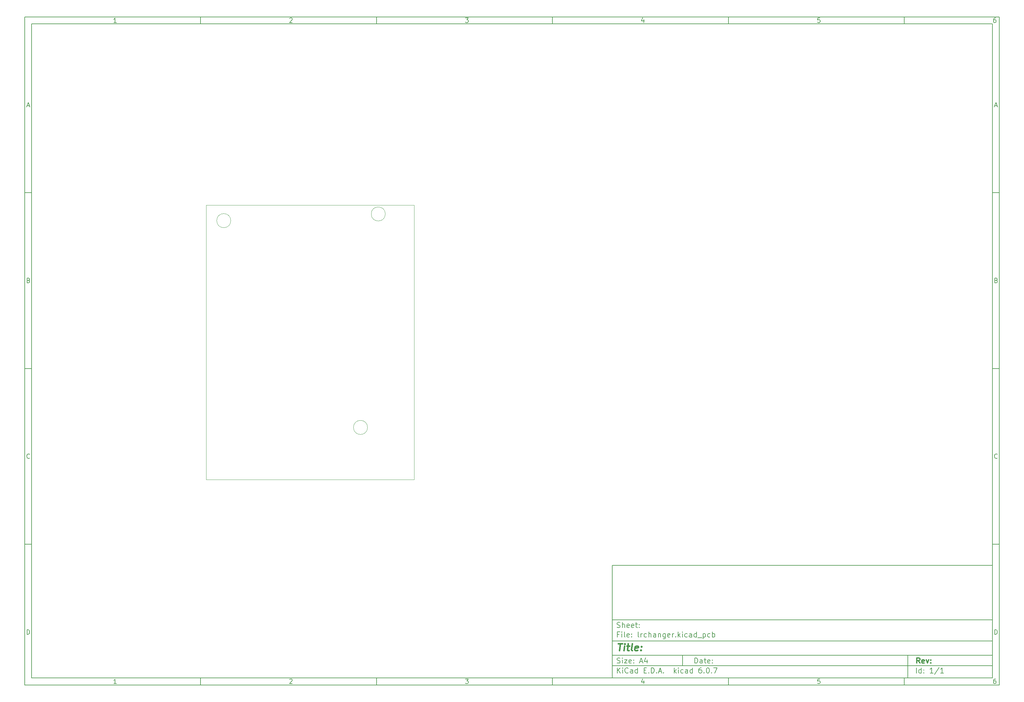
<source format=gbr>
%TF.GenerationSoftware,KiCad,Pcbnew,6.0.7*%
%TF.CreationDate,2022-10-17T15:43:20+02:00*%
%TF.ProjectId,lrchanger,6c726368-616e-4676-9572-2e6b69636164,rev?*%
%TF.SameCoordinates,Original*%
%TF.FileFunction,Profile,NP*%
%FSLAX46Y46*%
G04 Gerber Fmt 4.6, Leading zero omitted, Abs format (unit mm)*
G04 Created by KiCad (PCBNEW 6.0.7) date 2022-10-17 15:43:20*
%MOMM*%
%LPD*%
G01*
G04 APERTURE LIST*
%ADD10C,0.100000*%
%ADD11C,0.150000*%
%ADD12C,0.300000*%
%ADD13C,0.400000*%
%TA.AperFunction,Profile*%
%ADD14C,0.050000*%
%TD*%
G04 APERTURE END LIST*
D10*
D11*
X177002200Y-166007200D02*
X177002200Y-198007200D01*
X285002200Y-198007200D01*
X285002200Y-166007200D01*
X177002200Y-166007200D01*
D10*
D11*
X10000000Y-10000000D02*
X10000000Y-200007200D01*
X287002200Y-200007200D01*
X287002200Y-10000000D01*
X10000000Y-10000000D01*
D10*
D11*
X12000000Y-12000000D02*
X12000000Y-198007200D01*
X285002200Y-198007200D01*
X285002200Y-12000000D01*
X12000000Y-12000000D01*
D10*
D11*
X60000000Y-12000000D02*
X60000000Y-10000000D01*
D10*
D11*
X110000000Y-12000000D02*
X110000000Y-10000000D01*
D10*
D11*
X160000000Y-12000000D02*
X160000000Y-10000000D01*
D10*
D11*
X210000000Y-12000000D02*
X210000000Y-10000000D01*
D10*
D11*
X260000000Y-12000000D02*
X260000000Y-10000000D01*
D10*
D11*
X36065476Y-11588095D02*
X35322619Y-11588095D01*
X35694047Y-11588095D02*
X35694047Y-10288095D01*
X35570238Y-10473809D01*
X35446428Y-10597619D01*
X35322619Y-10659523D01*
D10*
D11*
X85322619Y-10411904D02*
X85384523Y-10350000D01*
X85508333Y-10288095D01*
X85817857Y-10288095D01*
X85941666Y-10350000D01*
X86003571Y-10411904D01*
X86065476Y-10535714D01*
X86065476Y-10659523D01*
X86003571Y-10845238D01*
X85260714Y-11588095D01*
X86065476Y-11588095D01*
D10*
D11*
X135260714Y-10288095D02*
X136065476Y-10288095D01*
X135632142Y-10783333D01*
X135817857Y-10783333D01*
X135941666Y-10845238D01*
X136003571Y-10907142D01*
X136065476Y-11030952D01*
X136065476Y-11340476D01*
X136003571Y-11464285D01*
X135941666Y-11526190D01*
X135817857Y-11588095D01*
X135446428Y-11588095D01*
X135322619Y-11526190D01*
X135260714Y-11464285D01*
D10*
D11*
X185941666Y-10721428D02*
X185941666Y-11588095D01*
X185632142Y-10226190D02*
X185322619Y-11154761D01*
X186127380Y-11154761D01*
D10*
D11*
X236003571Y-10288095D02*
X235384523Y-10288095D01*
X235322619Y-10907142D01*
X235384523Y-10845238D01*
X235508333Y-10783333D01*
X235817857Y-10783333D01*
X235941666Y-10845238D01*
X236003571Y-10907142D01*
X236065476Y-11030952D01*
X236065476Y-11340476D01*
X236003571Y-11464285D01*
X235941666Y-11526190D01*
X235817857Y-11588095D01*
X235508333Y-11588095D01*
X235384523Y-11526190D01*
X235322619Y-11464285D01*
D10*
D11*
X285941666Y-10288095D02*
X285694047Y-10288095D01*
X285570238Y-10350000D01*
X285508333Y-10411904D01*
X285384523Y-10597619D01*
X285322619Y-10845238D01*
X285322619Y-11340476D01*
X285384523Y-11464285D01*
X285446428Y-11526190D01*
X285570238Y-11588095D01*
X285817857Y-11588095D01*
X285941666Y-11526190D01*
X286003571Y-11464285D01*
X286065476Y-11340476D01*
X286065476Y-11030952D01*
X286003571Y-10907142D01*
X285941666Y-10845238D01*
X285817857Y-10783333D01*
X285570238Y-10783333D01*
X285446428Y-10845238D01*
X285384523Y-10907142D01*
X285322619Y-11030952D01*
D10*
D11*
X60000000Y-198007200D02*
X60000000Y-200007200D01*
D10*
D11*
X110000000Y-198007200D02*
X110000000Y-200007200D01*
D10*
D11*
X160000000Y-198007200D02*
X160000000Y-200007200D01*
D10*
D11*
X210000000Y-198007200D02*
X210000000Y-200007200D01*
D10*
D11*
X260000000Y-198007200D02*
X260000000Y-200007200D01*
D10*
D11*
X36065476Y-199595295D02*
X35322619Y-199595295D01*
X35694047Y-199595295D02*
X35694047Y-198295295D01*
X35570238Y-198481009D01*
X35446428Y-198604819D01*
X35322619Y-198666723D01*
D10*
D11*
X85322619Y-198419104D02*
X85384523Y-198357200D01*
X85508333Y-198295295D01*
X85817857Y-198295295D01*
X85941666Y-198357200D01*
X86003571Y-198419104D01*
X86065476Y-198542914D01*
X86065476Y-198666723D01*
X86003571Y-198852438D01*
X85260714Y-199595295D01*
X86065476Y-199595295D01*
D10*
D11*
X135260714Y-198295295D02*
X136065476Y-198295295D01*
X135632142Y-198790533D01*
X135817857Y-198790533D01*
X135941666Y-198852438D01*
X136003571Y-198914342D01*
X136065476Y-199038152D01*
X136065476Y-199347676D01*
X136003571Y-199471485D01*
X135941666Y-199533390D01*
X135817857Y-199595295D01*
X135446428Y-199595295D01*
X135322619Y-199533390D01*
X135260714Y-199471485D01*
D10*
D11*
X185941666Y-198728628D02*
X185941666Y-199595295D01*
X185632142Y-198233390D02*
X185322619Y-199161961D01*
X186127380Y-199161961D01*
D10*
D11*
X236003571Y-198295295D02*
X235384523Y-198295295D01*
X235322619Y-198914342D01*
X235384523Y-198852438D01*
X235508333Y-198790533D01*
X235817857Y-198790533D01*
X235941666Y-198852438D01*
X236003571Y-198914342D01*
X236065476Y-199038152D01*
X236065476Y-199347676D01*
X236003571Y-199471485D01*
X235941666Y-199533390D01*
X235817857Y-199595295D01*
X235508333Y-199595295D01*
X235384523Y-199533390D01*
X235322619Y-199471485D01*
D10*
D11*
X285941666Y-198295295D02*
X285694047Y-198295295D01*
X285570238Y-198357200D01*
X285508333Y-198419104D01*
X285384523Y-198604819D01*
X285322619Y-198852438D01*
X285322619Y-199347676D01*
X285384523Y-199471485D01*
X285446428Y-199533390D01*
X285570238Y-199595295D01*
X285817857Y-199595295D01*
X285941666Y-199533390D01*
X286003571Y-199471485D01*
X286065476Y-199347676D01*
X286065476Y-199038152D01*
X286003571Y-198914342D01*
X285941666Y-198852438D01*
X285817857Y-198790533D01*
X285570238Y-198790533D01*
X285446428Y-198852438D01*
X285384523Y-198914342D01*
X285322619Y-199038152D01*
D10*
D11*
X10000000Y-60000000D02*
X12000000Y-60000000D01*
D10*
D11*
X10000000Y-110000000D02*
X12000000Y-110000000D01*
D10*
D11*
X10000000Y-160000000D02*
X12000000Y-160000000D01*
D10*
D11*
X10690476Y-35216666D02*
X11309523Y-35216666D01*
X10566666Y-35588095D02*
X11000000Y-34288095D01*
X11433333Y-35588095D01*
D10*
D11*
X11092857Y-84907142D02*
X11278571Y-84969047D01*
X11340476Y-85030952D01*
X11402380Y-85154761D01*
X11402380Y-85340476D01*
X11340476Y-85464285D01*
X11278571Y-85526190D01*
X11154761Y-85588095D01*
X10659523Y-85588095D01*
X10659523Y-84288095D01*
X11092857Y-84288095D01*
X11216666Y-84350000D01*
X11278571Y-84411904D01*
X11340476Y-84535714D01*
X11340476Y-84659523D01*
X11278571Y-84783333D01*
X11216666Y-84845238D01*
X11092857Y-84907142D01*
X10659523Y-84907142D01*
D10*
D11*
X11402380Y-135464285D02*
X11340476Y-135526190D01*
X11154761Y-135588095D01*
X11030952Y-135588095D01*
X10845238Y-135526190D01*
X10721428Y-135402380D01*
X10659523Y-135278571D01*
X10597619Y-135030952D01*
X10597619Y-134845238D01*
X10659523Y-134597619D01*
X10721428Y-134473809D01*
X10845238Y-134350000D01*
X11030952Y-134288095D01*
X11154761Y-134288095D01*
X11340476Y-134350000D01*
X11402380Y-134411904D01*
D10*
D11*
X10659523Y-185588095D02*
X10659523Y-184288095D01*
X10969047Y-184288095D01*
X11154761Y-184350000D01*
X11278571Y-184473809D01*
X11340476Y-184597619D01*
X11402380Y-184845238D01*
X11402380Y-185030952D01*
X11340476Y-185278571D01*
X11278571Y-185402380D01*
X11154761Y-185526190D01*
X10969047Y-185588095D01*
X10659523Y-185588095D01*
D10*
D11*
X287002200Y-60000000D02*
X285002200Y-60000000D01*
D10*
D11*
X287002200Y-110000000D02*
X285002200Y-110000000D01*
D10*
D11*
X287002200Y-160000000D02*
X285002200Y-160000000D01*
D10*
D11*
X285692676Y-35216666D02*
X286311723Y-35216666D01*
X285568866Y-35588095D02*
X286002200Y-34288095D01*
X286435533Y-35588095D01*
D10*
D11*
X286095057Y-84907142D02*
X286280771Y-84969047D01*
X286342676Y-85030952D01*
X286404580Y-85154761D01*
X286404580Y-85340476D01*
X286342676Y-85464285D01*
X286280771Y-85526190D01*
X286156961Y-85588095D01*
X285661723Y-85588095D01*
X285661723Y-84288095D01*
X286095057Y-84288095D01*
X286218866Y-84350000D01*
X286280771Y-84411904D01*
X286342676Y-84535714D01*
X286342676Y-84659523D01*
X286280771Y-84783333D01*
X286218866Y-84845238D01*
X286095057Y-84907142D01*
X285661723Y-84907142D01*
D10*
D11*
X286404580Y-135464285D02*
X286342676Y-135526190D01*
X286156961Y-135588095D01*
X286033152Y-135588095D01*
X285847438Y-135526190D01*
X285723628Y-135402380D01*
X285661723Y-135278571D01*
X285599819Y-135030952D01*
X285599819Y-134845238D01*
X285661723Y-134597619D01*
X285723628Y-134473809D01*
X285847438Y-134350000D01*
X286033152Y-134288095D01*
X286156961Y-134288095D01*
X286342676Y-134350000D01*
X286404580Y-134411904D01*
D10*
D11*
X285661723Y-185588095D02*
X285661723Y-184288095D01*
X285971247Y-184288095D01*
X286156961Y-184350000D01*
X286280771Y-184473809D01*
X286342676Y-184597619D01*
X286404580Y-184845238D01*
X286404580Y-185030952D01*
X286342676Y-185278571D01*
X286280771Y-185402380D01*
X286156961Y-185526190D01*
X285971247Y-185588095D01*
X285661723Y-185588095D01*
D10*
D11*
X200434342Y-193785771D02*
X200434342Y-192285771D01*
X200791485Y-192285771D01*
X201005771Y-192357200D01*
X201148628Y-192500057D01*
X201220057Y-192642914D01*
X201291485Y-192928628D01*
X201291485Y-193142914D01*
X201220057Y-193428628D01*
X201148628Y-193571485D01*
X201005771Y-193714342D01*
X200791485Y-193785771D01*
X200434342Y-193785771D01*
X202577200Y-193785771D02*
X202577200Y-193000057D01*
X202505771Y-192857200D01*
X202362914Y-192785771D01*
X202077200Y-192785771D01*
X201934342Y-192857200D01*
X202577200Y-193714342D02*
X202434342Y-193785771D01*
X202077200Y-193785771D01*
X201934342Y-193714342D01*
X201862914Y-193571485D01*
X201862914Y-193428628D01*
X201934342Y-193285771D01*
X202077200Y-193214342D01*
X202434342Y-193214342D01*
X202577200Y-193142914D01*
X203077200Y-192785771D02*
X203648628Y-192785771D01*
X203291485Y-192285771D02*
X203291485Y-193571485D01*
X203362914Y-193714342D01*
X203505771Y-193785771D01*
X203648628Y-193785771D01*
X204720057Y-193714342D02*
X204577200Y-193785771D01*
X204291485Y-193785771D01*
X204148628Y-193714342D01*
X204077200Y-193571485D01*
X204077200Y-193000057D01*
X204148628Y-192857200D01*
X204291485Y-192785771D01*
X204577200Y-192785771D01*
X204720057Y-192857200D01*
X204791485Y-193000057D01*
X204791485Y-193142914D01*
X204077200Y-193285771D01*
X205434342Y-193642914D02*
X205505771Y-193714342D01*
X205434342Y-193785771D01*
X205362914Y-193714342D01*
X205434342Y-193642914D01*
X205434342Y-193785771D01*
X205434342Y-192857200D02*
X205505771Y-192928628D01*
X205434342Y-193000057D01*
X205362914Y-192928628D01*
X205434342Y-192857200D01*
X205434342Y-193000057D01*
D10*
D11*
X177002200Y-194507200D02*
X285002200Y-194507200D01*
D10*
D11*
X178434342Y-196585771D02*
X178434342Y-195085771D01*
X179291485Y-196585771D02*
X178648628Y-195728628D01*
X179291485Y-195085771D02*
X178434342Y-195942914D01*
X179934342Y-196585771D02*
X179934342Y-195585771D01*
X179934342Y-195085771D02*
X179862914Y-195157200D01*
X179934342Y-195228628D01*
X180005771Y-195157200D01*
X179934342Y-195085771D01*
X179934342Y-195228628D01*
X181505771Y-196442914D02*
X181434342Y-196514342D01*
X181220057Y-196585771D01*
X181077200Y-196585771D01*
X180862914Y-196514342D01*
X180720057Y-196371485D01*
X180648628Y-196228628D01*
X180577200Y-195942914D01*
X180577200Y-195728628D01*
X180648628Y-195442914D01*
X180720057Y-195300057D01*
X180862914Y-195157200D01*
X181077200Y-195085771D01*
X181220057Y-195085771D01*
X181434342Y-195157200D01*
X181505771Y-195228628D01*
X182791485Y-196585771D02*
X182791485Y-195800057D01*
X182720057Y-195657200D01*
X182577200Y-195585771D01*
X182291485Y-195585771D01*
X182148628Y-195657200D01*
X182791485Y-196514342D02*
X182648628Y-196585771D01*
X182291485Y-196585771D01*
X182148628Y-196514342D01*
X182077200Y-196371485D01*
X182077200Y-196228628D01*
X182148628Y-196085771D01*
X182291485Y-196014342D01*
X182648628Y-196014342D01*
X182791485Y-195942914D01*
X184148628Y-196585771D02*
X184148628Y-195085771D01*
X184148628Y-196514342D02*
X184005771Y-196585771D01*
X183720057Y-196585771D01*
X183577200Y-196514342D01*
X183505771Y-196442914D01*
X183434342Y-196300057D01*
X183434342Y-195871485D01*
X183505771Y-195728628D01*
X183577200Y-195657200D01*
X183720057Y-195585771D01*
X184005771Y-195585771D01*
X184148628Y-195657200D01*
X186005771Y-195800057D02*
X186505771Y-195800057D01*
X186720057Y-196585771D02*
X186005771Y-196585771D01*
X186005771Y-195085771D01*
X186720057Y-195085771D01*
X187362914Y-196442914D02*
X187434342Y-196514342D01*
X187362914Y-196585771D01*
X187291485Y-196514342D01*
X187362914Y-196442914D01*
X187362914Y-196585771D01*
X188077200Y-196585771D02*
X188077200Y-195085771D01*
X188434342Y-195085771D01*
X188648628Y-195157200D01*
X188791485Y-195300057D01*
X188862914Y-195442914D01*
X188934342Y-195728628D01*
X188934342Y-195942914D01*
X188862914Y-196228628D01*
X188791485Y-196371485D01*
X188648628Y-196514342D01*
X188434342Y-196585771D01*
X188077200Y-196585771D01*
X189577200Y-196442914D02*
X189648628Y-196514342D01*
X189577200Y-196585771D01*
X189505771Y-196514342D01*
X189577200Y-196442914D01*
X189577200Y-196585771D01*
X190220057Y-196157200D02*
X190934342Y-196157200D01*
X190077200Y-196585771D02*
X190577200Y-195085771D01*
X191077200Y-196585771D01*
X191577200Y-196442914D02*
X191648628Y-196514342D01*
X191577200Y-196585771D01*
X191505771Y-196514342D01*
X191577200Y-196442914D01*
X191577200Y-196585771D01*
X194577200Y-196585771D02*
X194577200Y-195085771D01*
X194720057Y-196014342D02*
X195148628Y-196585771D01*
X195148628Y-195585771D02*
X194577200Y-196157200D01*
X195791485Y-196585771D02*
X195791485Y-195585771D01*
X195791485Y-195085771D02*
X195720057Y-195157200D01*
X195791485Y-195228628D01*
X195862914Y-195157200D01*
X195791485Y-195085771D01*
X195791485Y-195228628D01*
X197148628Y-196514342D02*
X197005771Y-196585771D01*
X196720057Y-196585771D01*
X196577200Y-196514342D01*
X196505771Y-196442914D01*
X196434342Y-196300057D01*
X196434342Y-195871485D01*
X196505771Y-195728628D01*
X196577200Y-195657200D01*
X196720057Y-195585771D01*
X197005771Y-195585771D01*
X197148628Y-195657200D01*
X198434342Y-196585771D02*
X198434342Y-195800057D01*
X198362914Y-195657200D01*
X198220057Y-195585771D01*
X197934342Y-195585771D01*
X197791485Y-195657200D01*
X198434342Y-196514342D02*
X198291485Y-196585771D01*
X197934342Y-196585771D01*
X197791485Y-196514342D01*
X197720057Y-196371485D01*
X197720057Y-196228628D01*
X197791485Y-196085771D01*
X197934342Y-196014342D01*
X198291485Y-196014342D01*
X198434342Y-195942914D01*
X199791485Y-196585771D02*
X199791485Y-195085771D01*
X199791485Y-196514342D02*
X199648628Y-196585771D01*
X199362914Y-196585771D01*
X199220057Y-196514342D01*
X199148628Y-196442914D01*
X199077200Y-196300057D01*
X199077200Y-195871485D01*
X199148628Y-195728628D01*
X199220057Y-195657200D01*
X199362914Y-195585771D01*
X199648628Y-195585771D01*
X199791485Y-195657200D01*
X202291485Y-195085771D02*
X202005771Y-195085771D01*
X201862914Y-195157200D01*
X201791485Y-195228628D01*
X201648628Y-195442914D01*
X201577200Y-195728628D01*
X201577200Y-196300057D01*
X201648628Y-196442914D01*
X201720057Y-196514342D01*
X201862914Y-196585771D01*
X202148628Y-196585771D01*
X202291485Y-196514342D01*
X202362914Y-196442914D01*
X202434342Y-196300057D01*
X202434342Y-195942914D01*
X202362914Y-195800057D01*
X202291485Y-195728628D01*
X202148628Y-195657200D01*
X201862914Y-195657200D01*
X201720057Y-195728628D01*
X201648628Y-195800057D01*
X201577200Y-195942914D01*
X203077200Y-196442914D02*
X203148628Y-196514342D01*
X203077200Y-196585771D01*
X203005771Y-196514342D01*
X203077200Y-196442914D01*
X203077200Y-196585771D01*
X204077200Y-195085771D02*
X204220057Y-195085771D01*
X204362914Y-195157200D01*
X204434342Y-195228628D01*
X204505771Y-195371485D01*
X204577200Y-195657200D01*
X204577200Y-196014342D01*
X204505771Y-196300057D01*
X204434342Y-196442914D01*
X204362914Y-196514342D01*
X204220057Y-196585771D01*
X204077200Y-196585771D01*
X203934342Y-196514342D01*
X203862914Y-196442914D01*
X203791485Y-196300057D01*
X203720057Y-196014342D01*
X203720057Y-195657200D01*
X203791485Y-195371485D01*
X203862914Y-195228628D01*
X203934342Y-195157200D01*
X204077200Y-195085771D01*
X205220057Y-196442914D02*
X205291485Y-196514342D01*
X205220057Y-196585771D01*
X205148628Y-196514342D01*
X205220057Y-196442914D01*
X205220057Y-196585771D01*
X205791485Y-195085771D02*
X206791485Y-195085771D01*
X206148628Y-196585771D01*
D10*
D11*
X177002200Y-191507200D02*
X285002200Y-191507200D01*
D10*
D12*
X264411485Y-193785771D02*
X263911485Y-193071485D01*
X263554342Y-193785771D02*
X263554342Y-192285771D01*
X264125771Y-192285771D01*
X264268628Y-192357200D01*
X264340057Y-192428628D01*
X264411485Y-192571485D01*
X264411485Y-192785771D01*
X264340057Y-192928628D01*
X264268628Y-193000057D01*
X264125771Y-193071485D01*
X263554342Y-193071485D01*
X265625771Y-193714342D02*
X265482914Y-193785771D01*
X265197200Y-193785771D01*
X265054342Y-193714342D01*
X264982914Y-193571485D01*
X264982914Y-193000057D01*
X265054342Y-192857200D01*
X265197200Y-192785771D01*
X265482914Y-192785771D01*
X265625771Y-192857200D01*
X265697200Y-193000057D01*
X265697200Y-193142914D01*
X264982914Y-193285771D01*
X266197200Y-192785771D02*
X266554342Y-193785771D01*
X266911485Y-192785771D01*
X267482914Y-193642914D02*
X267554342Y-193714342D01*
X267482914Y-193785771D01*
X267411485Y-193714342D01*
X267482914Y-193642914D01*
X267482914Y-193785771D01*
X267482914Y-192857200D02*
X267554342Y-192928628D01*
X267482914Y-193000057D01*
X267411485Y-192928628D01*
X267482914Y-192857200D01*
X267482914Y-193000057D01*
D10*
D11*
X178362914Y-193714342D02*
X178577200Y-193785771D01*
X178934342Y-193785771D01*
X179077200Y-193714342D01*
X179148628Y-193642914D01*
X179220057Y-193500057D01*
X179220057Y-193357200D01*
X179148628Y-193214342D01*
X179077200Y-193142914D01*
X178934342Y-193071485D01*
X178648628Y-193000057D01*
X178505771Y-192928628D01*
X178434342Y-192857200D01*
X178362914Y-192714342D01*
X178362914Y-192571485D01*
X178434342Y-192428628D01*
X178505771Y-192357200D01*
X178648628Y-192285771D01*
X179005771Y-192285771D01*
X179220057Y-192357200D01*
X179862914Y-193785771D02*
X179862914Y-192785771D01*
X179862914Y-192285771D02*
X179791485Y-192357200D01*
X179862914Y-192428628D01*
X179934342Y-192357200D01*
X179862914Y-192285771D01*
X179862914Y-192428628D01*
X180434342Y-192785771D02*
X181220057Y-192785771D01*
X180434342Y-193785771D01*
X181220057Y-193785771D01*
X182362914Y-193714342D02*
X182220057Y-193785771D01*
X181934342Y-193785771D01*
X181791485Y-193714342D01*
X181720057Y-193571485D01*
X181720057Y-193000057D01*
X181791485Y-192857200D01*
X181934342Y-192785771D01*
X182220057Y-192785771D01*
X182362914Y-192857200D01*
X182434342Y-193000057D01*
X182434342Y-193142914D01*
X181720057Y-193285771D01*
X183077200Y-193642914D02*
X183148628Y-193714342D01*
X183077200Y-193785771D01*
X183005771Y-193714342D01*
X183077200Y-193642914D01*
X183077200Y-193785771D01*
X183077200Y-192857200D02*
X183148628Y-192928628D01*
X183077200Y-193000057D01*
X183005771Y-192928628D01*
X183077200Y-192857200D01*
X183077200Y-193000057D01*
X184862914Y-193357200D02*
X185577200Y-193357200D01*
X184720057Y-193785771D02*
X185220057Y-192285771D01*
X185720057Y-193785771D01*
X186862914Y-192785771D02*
X186862914Y-193785771D01*
X186505771Y-192214342D02*
X186148628Y-193285771D01*
X187077200Y-193285771D01*
D10*
D11*
X263434342Y-196585771D02*
X263434342Y-195085771D01*
X264791485Y-196585771D02*
X264791485Y-195085771D01*
X264791485Y-196514342D02*
X264648628Y-196585771D01*
X264362914Y-196585771D01*
X264220057Y-196514342D01*
X264148628Y-196442914D01*
X264077200Y-196300057D01*
X264077200Y-195871485D01*
X264148628Y-195728628D01*
X264220057Y-195657200D01*
X264362914Y-195585771D01*
X264648628Y-195585771D01*
X264791485Y-195657200D01*
X265505771Y-196442914D02*
X265577200Y-196514342D01*
X265505771Y-196585771D01*
X265434342Y-196514342D01*
X265505771Y-196442914D01*
X265505771Y-196585771D01*
X265505771Y-195657200D02*
X265577200Y-195728628D01*
X265505771Y-195800057D01*
X265434342Y-195728628D01*
X265505771Y-195657200D01*
X265505771Y-195800057D01*
X268148628Y-196585771D02*
X267291485Y-196585771D01*
X267720057Y-196585771D02*
X267720057Y-195085771D01*
X267577200Y-195300057D01*
X267434342Y-195442914D01*
X267291485Y-195514342D01*
X269862914Y-195014342D02*
X268577200Y-196942914D01*
X271148628Y-196585771D02*
X270291485Y-196585771D01*
X270720057Y-196585771D02*
X270720057Y-195085771D01*
X270577200Y-195300057D01*
X270434342Y-195442914D01*
X270291485Y-195514342D01*
D10*
D11*
X177002200Y-187507200D02*
X285002200Y-187507200D01*
D10*
D13*
X178714580Y-188211961D02*
X179857438Y-188211961D01*
X179036009Y-190211961D02*
X179286009Y-188211961D01*
X180274104Y-190211961D02*
X180440771Y-188878628D01*
X180524104Y-188211961D02*
X180416961Y-188307200D01*
X180500295Y-188402438D01*
X180607438Y-188307200D01*
X180524104Y-188211961D01*
X180500295Y-188402438D01*
X181107438Y-188878628D02*
X181869342Y-188878628D01*
X181476485Y-188211961D02*
X181262200Y-189926247D01*
X181333628Y-190116723D01*
X181512200Y-190211961D01*
X181702676Y-190211961D01*
X182655057Y-190211961D02*
X182476485Y-190116723D01*
X182405057Y-189926247D01*
X182619342Y-188211961D01*
X184190771Y-190116723D02*
X183988390Y-190211961D01*
X183607438Y-190211961D01*
X183428866Y-190116723D01*
X183357438Y-189926247D01*
X183452676Y-189164342D01*
X183571723Y-188973866D01*
X183774104Y-188878628D01*
X184155057Y-188878628D01*
X184333628Y-188973866D01*
X184405057Y-189164342D01*
X184381247Y-189354819D01*
X183405057Y-189545295D01*
X185155057Y-190021485D02*
X185238390Y-190116723D01*
X185131247Y-190211961D01*
X185047914Y-190116723D01*
X185155057Y-190021485D01*
X185131247Y-190211961D01*
X185286009Y-188973866D02*
X185369342Y-189069104D01*
X185262200Y-189164342D01*
X185178866Y-189069104D01*
X185286009Y-188973866D01*
X185262200Y-189164342D01*
D10*
D11*
X178934342Y-185600057D02*
X178434342Y-185600057D01*
X178434342Y-186385771D02*
X178434342Y-184885771D01*
X179148628Y-184885771D01*
X179720057Y-186385771D02*
X179720057Y-185385771D01*
X179720057Y-184885771D02*
X179648628Y-184957200D01*
X179720057Y-185028628D01*
X179791485Y-184957200D01*
X179720057Y-184885771D01*
X179720057Y-185028628D01*
X180648628Y-186385771D02*
X180505771Y-186314342D01*
X180434342Y-186171485D01*
X180434342Y-184885771D01*
X181791485Y-186314342D02*
X181648628Y-186385771D01*
X181362914Y-186385771D01*
X181220057Y-186314342D01*
X181148628Y-186171485D01*
X181148628Y-185600057D01*
X181220057Y-185457200D01*
X181362914Y-185385771D01*
X181648628Y-185385771D01*
X181791485Y-185457200D01*
X181862914Y-185600057D01*
X181862914Y-185742914D01*
X181148628Y-185885771D01*
X182505771Y-186242914D02*
X182577200Y-186314342D01*
X182505771Y-186385771D01*
X182434342Y-186314342D01*
X182505771Y-186242914D01*
X182505771Y-186385771D01*
X182505771Y-185457200D02*
X182577200Y-185528628D01*
X182505771Y-185600057D01*
X182434342Y-185528628D01*
X182505771Y-185457200D01*
X182505771Y-185600057D01*
X184577200Y-186385771D02*
X184434342Y-186314342D01*
X184362914Y-186171485D01*
X184362914Y-184885771D01*
X185148628Y-186385771D02*
X185148628Y-185385771D01*
X185148628Y-185671485D02*
X185220057Y-185528628D01*
X185291485Y-185457200D01*
X185434342Y-185385771D01*
X185577200Y-185385771D01*
X186720057Y-186314342D02*
X186577200Y-186385771D01*
X186291485Y-186385771D01*
X186148628Y-186314342D01*
X186077200Y-186242914D01*
X186005771Y-186100057D01*
X186005771Y-185671485D01*
X186077200Y-185528628D01*
X186148628Y-185457200D01*
X186291485Y-185385771D01*
X186577200Y-185385771D01*
X186720057Y-185457200D01*
X187362914Y-186385771D02*
X187362914Y-184885771D01*
X188005771Y-186385771D02*
X188005771Y-185600057D01*
X187934342Y-185457200D01*
X187791485Y-185385771D01*
X187577200Y-185385771D01*
X187434342Y-185457200D01*
X187362914Y-185528628D01*
X189362914Y-186385771D02*
X189362914Y-185600057D01*
X189291485Y-185457200D01*
X189148628Y-185385771D01*
X188862914Y-185385771D01*
X188720057Y-185457200D01*
X189362914Y-186314342D02*
X189220057Y-186385771D01*
X188862914Y-186385771D01*
X188720057Y-186314342D01*
X188648628Y-186171485D01*
X188648628Y-186028628D01*
X188720057Y-185885771D01*
X188862914Y-185814342D01*
X189220057Y-185814342D01*
X189362914Y-185742914D01*
X190077200Y-185385771D02*
X190077200Y-186385771D01*
X190077200Y-185528628D02*
X190148628Y-185457200D01*
X190291485Y-185385771D01*
X190505771Y-185385771D01*
X190648628Y-185457200D01*
X190720057Y-185600057D01*
X190720057Y-186385771D01*
X192077200Y-185385771D02*
X192077200Y-186600057D01*
X192005771Y-186742914D01*
X191934342Y-186814342D01*
X191791485Y-186885771D01*
X191577200Y-186885771D01*
X191434342Y-186814342D01*
X192077200Y-186314342D02*
X191934342Y-186385771D01*
X191648628Y-186385771D01*
X191505771Y-186314342D01*
X191434342Y-186242914D01*
X191362914Y-186100057D01*
X191362914Y-185671485D01*
X191434342Y-185528628D01*
X191505771Y-185457200D01*
X191648628Y-185385771D01*
X191934342Y-185385771D01*
X192077200Y-185457200D01*
X193362914Y-186314342D02*
X193220057Y-186385771D01*
X192934342Y-186385771D01*
X192791485Y-186314342D01*
X192720057Y-186171485D01*
X192720057Y-185600057D01*
X192791485Y-185457200D01*
X192934342Y-185385771D01*
X193220057Y-185385771D01*
X193362914Y-185457200D01*
X193434342Y-185600057D01*
X193434342Y-185742914D01*
X192720057Y-185885771D01*
X194077200Y-186385771D02*
X194077200Y-185385771D01*
X194077200Y-185671485D02*
X194148628Y-185528628D01*
X194220057Y-185457200D01*
X194362914Y-185385771D01*
X194505771Y-185385771D01*
X195005771Y-186242914D02*
X195077200Y-186314342D01*
X195005771Y-186385771D01*
X194934342Y-186314342D01*
X195005771Y-186242914D01*
X195005771Y-186385771D01*
X195720057Y-186385771D02*
X195720057Y-184885771D01*
X195862914Y-185814342D02*
X196291485Y-186385771D01*
X196291485Y-185385771D02*
X195720057Y-185957200D01*
X196934342Y-186385771D02*
X196934342Y-185385771D01*
X196934342Y-184885771D02*
X196862914Y-184957200D01*
X196934342Y-185028628D01*
X197005771Y-184957200D01*
X196934342Y-184885771D01*
X196934342Y-185028628D01*
X198291485Y-186314342D02*
X198148628Y-186385771D01*
X197862914Y-186385771D01*
X197720057Y-186314342D01*
X197648628Y-186242914D01*
X197577200Y-186100057D01*
X197577200Y-185671485D01*
X197648628Y-185528628D01*
X197720057Y-185457200D01*
X197862914Y-185385771D01*
X198148628Y-185385771D01*
X198291485Y-185457200D01*
X199577200Y-186385771D02*
X199577200Y-185600057D01*
X199505771Y-185457200D01*
X199362914Y-185385771D01*
X199077200Y-185385771D01*
X198934342Y-185457200D01*
X199577200Y-186314342D02*
X199434342Y-186385771D01*
X199077200Y-186385771D01*
X198934342Y-186314342D01*
X198862914Y-186171485D01*
X198862914Y-186028628D01*
X198934342Y-185885771D01*
X199077200Y-185814342D01*
X199434342Y-185814342D01*
X199577200Y-185742914D01*
X200934342Y-186385771D02*
X200934342Y-184885771D01*
X200934342Y-186314342D02*
X200791485Y-186385771D01*
X200505771Y-186385771D01*
X200362914Y-186314342D01*
X200291485Y-186242914D01*
X200220057Y-186100057D01*
X200220057Y-185671485D01*
X200291485Y-185528628D01*
X200362914Y-185457200D01*
X200505771Y-185385771D01*
X200791485Y-185385771D01*
X200934342Y-185457200D01*
X201291485Y-186528628D02*
X202434342Y-186528628D01*
X202791485Y-185385771D02*
X202791485Y-186885771D01*
X202791485Y-185457200D02*
X202934342Y-185385771D01*
X203220057Y-185385771D01*
X203362914Y-185457200D01*
X203434342Y-185528628D01*
X203505771Y-185671485D01*
X203505771Y-186100057D01*
X203434342Y-186242914D01*
X203362914Y-186314342D01*
X203220057Y-186385771D01*
X202934342Y-186385771D01*
X202791485Y-186314342D01*
X204791485Y-186314342D02*
X204648628Y-186385771D01*
X204362914Y-186385771D01*
X204220057Y-186314342D01*
X204148628Y-186242914D01*
X204077200Y-186100057D01*
X204077200Y-185671485D01*
X204148628Y-185528628D01*
X204220057Y-185457200D01*
X204362914Y-185385771D01*
X204648628Y-185385771D01*
X204791485Y-185457200D01*
X205434342Y-186385771D02*
X205434342Y-184885771D01*
X205434342Y-185457200D02*
X205577200Y-185385771D01*
X205862914Y-185385771D01*
X206005771Y-185457200D01*
X206077200Y-185528628D01*
X206148628Y-185671485D01*
X206148628Y-186100057D01*
X206077200Y-186242914D01*
X206005771Y-186314342D01*
X205862914Y-186385771D01*
X205577200Y-186385771D01*
X205434342Y-186314342D01*
D10*
D11*
X177002200Y-181507200D02*
X285002200Y-181507200D01*
D10*
D11*
X178362914Y-183614342D02*
X178577200Y-183685771D01*
X178934342Y-183685771D01*
X179077200Y-183614342D01*
X179148628Y-183542914D01*
X179220057Y-183400057D01*
X179220057Y-183257200D01*
X179148628Y-183114342D01*
X179077200Y-183042914D01*
X178934342Y-182971485D01*
X178648628Y-182900057D01*
X178505771Y-182828628D01*
X178434342Y-182757200D01*
X178362914Y-182614342D01*
X178362914Y-182471485D01*
X178434342Y-182328628D01*
X178505771Y-182257200D01*
X178648628Y-182185771D01*
X179005771Y-182185771D01*
X179220057Y-182257200D01*
X179862914Y-183685771D02*
X179862914Y-182185771D01*
X180505771Y-183685771D02*
X180505771Y-182900057D01*
X180434342Y-182757200D01*
X180291485Y-182685771D01*
X180077200Y-182685771D01*
X179934342Y-182757200D01*
X179862914Y-182828628D01*
X181791485Y-183614342D02*
X181648628Y-183685771D01*
X181362914Y-183685771D01*
X181220057Y-183614342D01*
X181148628Y-183471485D01*
X181148628Y-182900057D01*
X181220057Y-182757200D01*
X181362914Y-182685771D01*
X181648628Y-182685771D01*
X181791485Y-182757200D01*
X181862914Y-182900057D01*
X181862914Y-183042914D01*
X181148628Y-183185771D01*
X183077200Y-183614342D02*
X182934342Y-183685771D01*
X182648628Y-183685771D01*
X182505771Y-183614342D01*
X182434342Y-183471485D01*
X182434342Y-182900057D01*
X182505771Y-182757200D01*
X182648628Y-182685771D01*
X182934342Y-182685771D01*
X183077200Y-182757200D01*
X183148628Y-182900057D01*
X183148628Y-183042914D01*
X182434342Y-183185771D01*
X183577200Y-182685771D02*
X184148628Y-182685771D01*
X183791485Y-182185771D02*
X183791485Y-183471485D01*
X183862914Y-183614342D01*
X184005771Y-183685771D01*
X184148628Y-183685771D01*
X184648628Y-183542914D02*
X184720057Y-183614342D01*
X184648628Y-183685771D01*
X184577200Y-183614342D01*
X184648628Y-183542914D01*
X184648628Y-183685771D01*
X184648628Y-182757200D02*
X184720057Y-182828628D01*
X184648628Y-182900057D01*
X184577200Y-182828628D01*
X184648628Y-182757200D01*
X184648628Y-182900057D01*
D10*
D12*
D10*
D11*
D10*
D11*
D10*
D11*
D10*
D11*
D10*
D11*
X197002200Y-191507200D02*
X197002200Y-194507200D01*
D10*
D11*
X261002200Y-191507200D02*
X261002200Y-198007200D01*
D14*
X61595000Y-141605000D02*
X61595000Y-63500000D01*
X61595000Y-63500000D02*
X120650000Y-63500000D01*
X112490000Y-66040000D02*
G75*
G03*
X112490000Y-66040000I-2000000J0D01*
G01*
X107442000Y-126746000D02*
G75*
G03*
X107442000Y-126746000I-2000000J0D01*
G01*
X68580000Y-67945000D02*
G75*
G03*
X68580000Y-67945000I-2000000J0D01*
G01*
X120650000Y-63500000D02*
X120650000Y-141605000D01*
X120650000Y-141605000D02*
X61595000Y-141605000D01*
M02*

</source>
